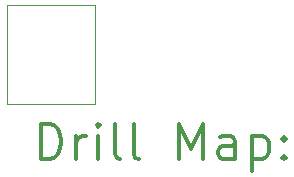
<source format=gbr>
%FSLAX45Y45*%
G04 Gerber Fmt 4.5, Leading zero omitted, Abs format (unit mm)*
G04 Created by KiCad (PCBNEW (5.1.5-0-10_14)) date 2019-12-07 21:20:43*
%MOMM*%
%LPD*%
G04 APERTURE LIST*
%TA.AperFunction,Profile*%
%ADD10C,0.050000*%
%TD*%
%ADD11C,0.200000*%
%ADD12C,0.300000*%
G04 APERTURE END LIST*
D10*
X13528000Y-9034000D02*
X12788000Y-9034000D01*
X12788000Y-9874000D02*
X13528000Y-9874000D01*
X13528000Y-9874000D02*
X13528000Y-9034000D01*
X12788000Y-9034000D02*
X12788000Y-9874000D01*
D11*
D12*
X13071928Y-10342214D02*
X13071928Y-10042214D01*
X13143357Y-10042214D01*
X13186214Y-10056500D01*
X13214786Y-10085072D01*
X13229071Y-10113643D01*
X13243357Y-10170786D01*
X13243357Y-10213643D01*
X13229071Y-10270786D01*
X13214786Y-10299357D01*
X13186214Y-10327929D01*
X13143357Y-10342214D01*
X13071928Y-10342214D01*
X13371928Y-10342214D02*
X13371928Y-10142214D01*
X13371928Y-10199357D02*
X13386214Y-10170786D01*
X13400500Y-10156500D01*
X13429071Y-10142214D01*
X13457643Y-10142214D01*
X13557643Y-10342214D02*
X13557643Y-10142214D01*
X13557643Y-10042214D02*
X13543357Y-10056500D01*
X13557643Y-10070786D01*
X13571928Y-10056500D01*
X13557643Y-10042214D01*
X13557643Y-10070786D01*
X13743357Y-10342214D02*
X13714786Y-10327929D01*
X13700500Y-10299357D01*
X13700500Y-10042214D01*
X13900500Y-10342214D02*
X13871928Y-10327929D01*
X13857643Y-10299357D01*
X13857643Y-10042214D01*
X14243357Y-10342214D02*
X14243357Y-10042214D01*
X14343357Y-10256500D01*
X14443357Y-10042214D01*
X14443357Y-10342214D01*
X14714786Y-10342214D02*
X14714786Y-10185072D01*
X14700500Y-10156500D01*
X14671928Y-10142214D01*
X14614786Y-10142214D01*
X14586214Y-10156500D01*
X14714786Y-10327929D02*
X14686214Y-10342214D01*
X14614786Y-10342214D01*
X14586214Y-10327929D01*
X14571928Y-10299357D01*
X14571928Y-10270786D01*
X14586214Y-10242214D01*
X14614786Y-10227929D01*
X14686214Y-10227929D01*
X14714786Y-10213643D01*
X14857643Y-10142214D02*
X14857643Y-10442214D01*
X14857643Y-10156500D02*
X14886214Y-10142214D01*
X14943357Y-10142214D01*
X14971928Y-10156500D01*
X14986214Y-10170786D01*
X15000500Y-10199357D01*
X15000500Y-10285072D01*
X14986214Y-10313643D01*
X14971928Y-10327929D01*
X14943357Y-10342214D01*
X14886214Y-10342214D01*
X14857643Y-10327929D01*
X15129071Y-10313643D02*
X15143357Y-10327929D01*
X15129071Y-10342214D01*
X15114786Y-10327929D01*
X15129071Y-10313643D01*
X15129071Y-10342214D01*
X15129071Y-10156500D02*
X15143357Y-10170786D01*
X15129071Y-10185072D01*
X15114786Y-10170786D01*
X15129071Y-10156500D01*
X15129071Y-10185072D01*
M02*

</source>
